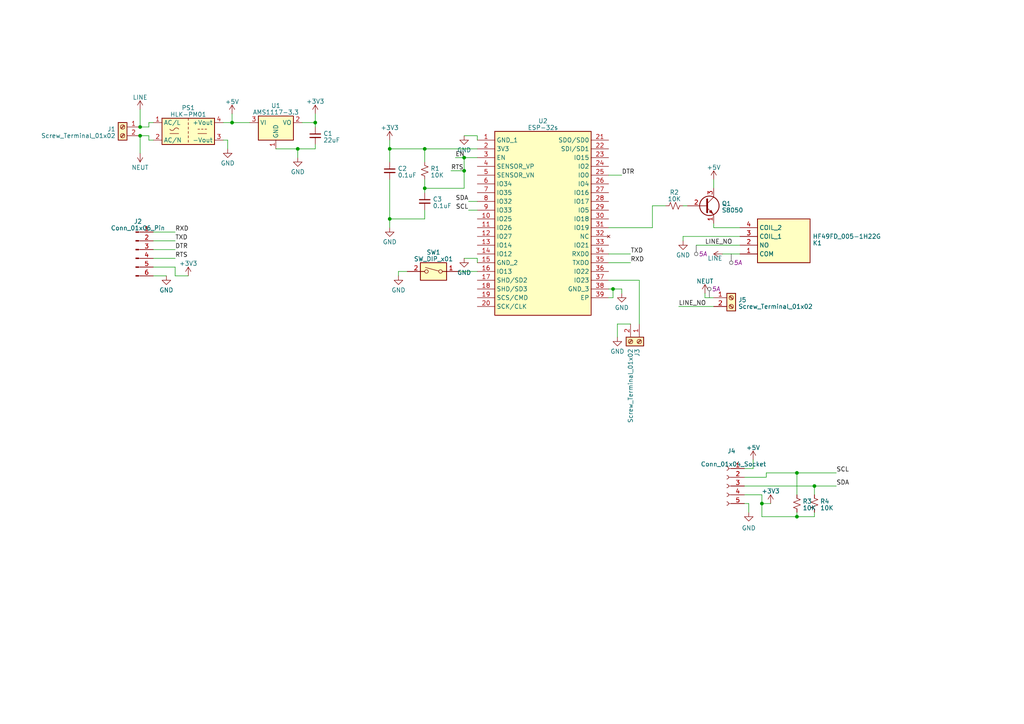
<source format=kicad_sch>
(kicad_sch (version 20230121) (generator eeschema)
  (paper "A4")
  (lib_symbols
    (symbol "Connector:Conn_01x05_Socket" (pin_names (offset 1.016) hide)
      (property "Reference" "J" (at 0 7.62 0))
      (property "Value" "Conn_01x05_Socket" (at 0 -7.62 0))
      (symbol "Conn_01x05_Socket_1_1"
        (arc (start 0 -4.572) (mid -0.5058 -5.08) (end 0 -5.588) (stroke (width 0.1524)))
        (arc (start 0 -2.032) (mid -0.5058 -2.54) (end 0 -3.048) (stroke (width 0.1524)))
        (polyline (pts (xy -1.27 -5.08) (xy -0.508 -5.08)) (stroke (width 0.1524)))
        (polyline (pts (xy -1.27 -2.54) (xy -0.508 -2.54)) (stroke (width 0.1524)))
        (polyline (pts (xy -1.27 0) (xy -0.508 0)) (stroke (width 0.1524)))
        (polyline (pts (xy -1.27 2.54) (xy -0.508 2.54)) (stroke (width 0.1524)))
        (polyline (pts (xy -1.27 5.08) (xy -0.508 5.08)) (stroke (width 0.1524)))
        (arc (start 0 0.508) (mid -0.5058 0) (end 0 -0.508) (stroke (width 0.1524)))
        (arc (start 0 3.048) (mid -0.5058 2.54) (end 0 2.032) (stroke (width 0.1524)))
        (arc (start 0 5.588) (mid -0.5058 5.08) (end 0 4.572) (stroke (width 0.1524)))
        (pin passive line (at -5.08 5.08 0) (length 3.81) (name "Pin_1") (number "1"))
        (pin passive line (at -5.08 2.54 0) (length 3.81) (name "Pin_2") (number "2"))
        (pin passive line (at -5.08 0 0) (length 3.81) (name "Pin_3") (number "3"))
        (pin passive line (at -5.08 -2.54 0) (length 3.81) (name "Pin_4") (number "4"))
        (pin passive line (at -5.08 -5.08 0) (length 3.81) (name "Pin_5") (number "5"))
      )
    )
    (symbol "Connector:Conn_01x06_Pin" (pin_names (offset 1.016) hide)
      (property "Reference" "J" (at 0 7.62 0))
      (property "Value" "Conn_01x06_Pin" (at 0 -10.16 0))
      (symbol "Conn_01x06_Pin_1_1"
        (polyline (pts (xy 1.27 -7.62) (xy 0.8636 -7.62)) (stroke (width 0.1524)))
        (polyline (pts (xy 1.27 -5.08) (xy 0.8636 -5.08)) (stroke (width 0.1524)))
        (polyline (pts (xy 1.27 -2.54) (xy 0.8636 -2.54)) (stroke (width 0.1524)))
        (polyline (pts (xy 1.27 0) (xy 0.8636 0)) (stroke (width 0.1524)))
        (polyline (pts (xy 1.27 2.54) (xy 0.8636 2.54)) (stroke (width 0.1524)))
        (polyline (pts (xy 1.27 5.08) (xy 0.8636 5.08)) (stroke (width 0.1524)))
        (rectangle (start 0.8636 -7.493) (end 0 -7.747) (stroke (width 0.1524)) (fill (type outline)))
        (rectangle (start 0.8636 -4.953) (end 0 -5.207) (stroke (width 0.1524)) (fill (type outline)))
        (rectangle (start 0.8636 -2.413) (end 0 -2.667) (stroke (width 0.1524)) (fill (type outline)))
        (rectangle (start 0.8636 0.127) (end 0 -0.127) (stroke (width 0.1524)) (fill (type outline)))
        (rectangle (start 0.8636 2.667) (end 0 2.413) (stroke (width 0.1524)) (fill (type outline)))
        (rectangle (start 0.8636 5.207) (end 0 4.953) (stroke (width 0.1524)) (fill (type outline)))
        (pin passive line (at 5.08 5.08 180) (length 3.81) (name "Pin_1") (number "1"))
        (pin passive line (at 5.08 2.54 180) (length 3.81) (name "Pin_2") (number "2"))
        (pin passive line (at 5.08 0 180) (length 3.81) (name "Pin_3") (number "3"))
        (pin passive line (at 5.08 -2.54 180) (length 3.81) (name "Pin_4") (number "4"))
        (pin passive line (at 5.08 -5.08 180) (length 3.81) (name "Pin_5") (number "5"))
        (pin passive line (at 5.08 -7.62 180) (length 3.81) (name "Pin_6") (number "6"))
      )
    )
    (symbol "Connector:Screw_Terminal_01x02" (pin_names (offset 1.016) hide)
      (property "Reference" "J" (at 0 2.54 0))
      (property "Value" "Screw_Terminal_01x02" (at 0 -5.08 0))
      (symbol "Screw_Terminal_01x02_1_1"
        (rectangle (start -1.27 1.27) (end 1.27 -3.81) (stroke (width 0.254)) (fill (type background)))
        (circle (center 0 -2.54) (radius 0.635) (stroke (width 0.1524)))
        (polyline (pts (xy -0.5334 -2.2098) (xy 0.3302 -3.048)) (stroke (width 0.1524)))
        (polyline (pts (xy -0.5334 0.3302) (xy 0.3302 -0.508)) (stroke (width 0.1524)))
        (polyline (pts (xy -0.3556 -2.032) (xy 0.508 -2.8702)) (stroke (width 0.1524)))
        (polyline (pts (xy -0.3556 0.508) (xy 0.508 -0.3302)) (stroke (width 0.1524)))
        (circle (center 0 0) (radius 0.635) (stroke (width 0.1524)))
        (pin passive line (at -5.08 0 0) (length 3.81) (name "Pin_1") (number "1"))
        (pin passive line (at -5.08 -2.54 0) (length 3.81) (name "Pin_2") (number "2"))
      )
    )
    (symbol "Converter_ACDC:HLK-PM01"
      (property "Reference" "PS" (at 0 5.08 0))
      (property "Value" "HLK-PM01" (at 0 -5.08 0))
      (symbol "HLK-PM01_0_1"
        (rectangle (start -7.62 3.81) (end 7.62 -3.81) (stroke (width 0.254)) (fill (type background)))
        (arc (start -5.334 0.635) (mid -4.699 0.2495) (end -4.064 0.635))
        (arc (start -2.794 0.635) (mid -3.429 1.0072) (end -4.064 0.635))
        (polyline (pts (xy -5.334 -0.635) (xy -2.794 -0.635)))
        (polyline (pts (xy 0 -2.54) (xy 0 -3.175)))
        (polyline (pts (xy 0 -1.27) (xy 0 -1.905)))
        (polyline (pts (xy 0 0) (xy 0 -0.635)))
        (polyline (pts (xy 0 1.27) (xy 0 0.635)))
        (polyline (pts (xy 0 2.54) (xy 0 1.905)))
        (polyline (pts (xy 0 3.81) (xy 0 3.175)))
        (polyline (pts (xy 2.794 -0.635) (xy 5.334 -0.635)))
        (polyline (pts (xy 2.794 0.635) (xy 3.302 0.635)))
        (polyline (pts (xy 3.81 0.635) (xy 4.318 0.635)))
        (polyline (pts (xy 4.826 0.635) (xy 5.334 0.635)))
      )
      (symbol "HLK-PM01_1_1"
        (pin power_in line (at -10.16 2.54 0) (length 2.54) (name "AC/L") (number "1"))
        (pin power_in line (at -10.16 -2.54 0) (length 2.54) (name "AC/N") (number "2"))
        (pin power_out line (at 10.16 -2.54 180) (length 2.54) (name "-Vout") (number "3"))
        (pin power_out line (at 10.16 2.54 180) (length 2.54) (name "+Vout") (number "4"))
      )
    )
    (symbol "Device:C_Small" (pin_numbers hide) (pin_names (offset 0.254) hide)
      (property "Reference" "C" (at 0.254 1.778 0))
      (property "Value" "C_Small" (at 0.254 -2.032 0))
      (symbol "C_Small_0_1"
        (polyline (pts (xy -1.524 -0.508) (xy 1.524 -0.508)) (stroke (width 0.3302)))
        (polyline (pts (xy -1.524 0.508) (xy 1.524 0.508)) (stroke (width 0.3048)))
      )
      (symbol "C_Small_1_1"
        (pin passive line (at 0 2.54 270) (length 2.032) (name "~") (number "1"))
        (pin passive line (at 0 -2.54 90) (length 2.032) (name "~") (number "2"))
      )
    )
    (symbol "Device:R_Small_US" (pin_numbers hide) (pin_names (offset 0.254) hide)
      (property "Reference" "R" (at 0.762 0.508 0))
      (property "Value" "R_Small_US" (at 0.762 -1.016 0))
      (symbol "R_Small_US_1_1"
        (polyline (pts (xy 0 0) (xy 1.016 -0.381) (xy 0 -0.762) (xy -1.016 -1.143) (xy 0 -1.524)))
        (polyline (pts (xy 0 1.524) (xy 1.016 1.143) (xy 0 0.762) (xy -1.016 0.381) (xy 0 0)))
        (pin passive line (at 0 2.54 270) (length 1.016) (name "~") (number "1"))
        (pin passive line (at 0 -2.54 90) (length 1.016) (name "~") (number "2"))
      )
    )
    (symbol "ESP-32s:ESP-32s"
      (property "Reference" "U" (at 34.29 7.62 0))
      (property "Value" "ESP-32s" (at 34.29 5.08 0))
      (symbol "ESP-32s_1_1"
        (rectangle (start 5.08 2.54) (end 33.02 -50.8) (stroke (width 0.254)) (fill (type background)))
        (pin passive line (at 0 0 0) (length 5.08) (name "GND_1") (number "1"))
        (pin passive line (at 0 -22.86 0) (length 5.08) (name "IO25") (number "10"))
        (pin passive line (at 0 -25.4 0) (length 5.08) (name "IO26") (number "11"))
        (pin passive line (at 0 -27.94 0) (length 5.08) (name "IO27") (number "12"))
        (pin passive line (at 0 -30.48 0) (length 5.08) (name "IO14") (number "13"))
        (pin passive line (at 0 -33.02 0) (length 5.08) (name "IO12") (number "14"))
        (pin passive line (at 0 -35.56 0) (length 5.08) (name "GND_2") (number "15"))
        (pin passive line (at 0 -38.1 0) (length 5.08) (name "IO13") (number "16"))
        (pin passive line (at 0 -40.64 0) (length 5.08) (name "SHD/SD2") (number "17"))
        (pin passive line (at 0 -43.18 0) (length 5.08) (name "SHD/SD3") (number "18"))
        (pin passive line (at 0 -45.72 0) (length 5.08) (name "SCS/CMD") (number "19"))
        (pin passive line (at 0 -2.54 0) (length 5.08) (name "3V3") (number "2"))
        (pin passive line (at 0 -48.26 0) (length 5.08) (name "SCK/CLK") (number "20"))
        (pin passive line (at 38.1 0 180) (length 5.08) (name "SDO/SD0") (number "21"))
        (pin passive line (at 38.1 -2.54 180) (length 5.08) (name "SDI/SD1") (number "22"))
        (pin passive line (at 38.1 -5.08 180) (length 5.08) (name "IO15") (number "23"))
        (pin passive line (at 38.1 -7.62 180) (length 5.08) (name "IO2") (number "24"))
        (pin passive line (at 38.1 -10.16 180) (length 5.08) (name "IO0") (number "25"))
        (pin passive line (at 38.1 -12.7 180) (length 5.08) (name "IO4") (number "26"))
        (pin passive line (at 38.1 -15.24 180) (length 5.08) (name "IO16") (number "27"))
        (pin passive line (at 38.1 -17.78 180) (length 5.08) (name "IO17") (number "28"))
        (pin passive line (at 38.1 -20.32 180) (length 5.08) (name "IO5") (number "29"))
        (pin passive line (at 0 -5.08 0) (length 5.08) (name "EN") (number "3"))
        (pin passive line (at 38.1 -22.86 180) (length 5.08) (name "IO18") (number "30"))
        (pin passive line (at 38.1 -25.4 180) (length 5.08) (name "IO19") (number "31"))
        (pin no_connect line (at 38.1 -27.94 180) (length 5.08) (name "NC") (number "32"))
        (pin passive line (at 38.1 -30.48 180) (length 5.08) (name "IO21") (number "33"))
        (pin passive line (at 38.1 -33.02 180) (length 5.08) (name "RXD0") (number "34"))
        (pin passive line (at 38.1 -35.56 180) (length 5.08) (name "TXDO") (number "35"))
        (pin passive line (at 38.1 -38.1 180) (length 5.08) (name "IO22") (number "36"))
        (pin passive line (at 38.1 -40.64 180) (length 5.08) (name "IO23") (number "37"))
        (pin passive line (at 38.1 -43.18 180) (length 5.08) (name "GND_3") (number "38"))
        (pin passive line (at 38.1 -45.72 180) (length 5.08) (name "EP") (number "39"))
        (pin passive line (at 0 -7.62 0) (length 5.08) (name "SENSOR_VP") (number "4"))
        (pin passive line (at 0 -10.16 0) (length 5.08) (name "SENSOR_VN") (number "5"))
        (pin passive line (at 0 -12.7 0) (length 5.08) (name "IO34") (number "6"))
        (pin passive line (at 0 -15.24 0) (length 5.08) (name "IO35") (number "7"))
        (pin passive line (at 0 -17.78 0) (length 5.08) (name "IO32") (number "8"))
        (pin passive line (at 0 -20.32 0) (length 5.08) (name "IO33") (number "9"))
      )
    )
    (symbol "HF49FD_005-1H22G:HF49FD_005-1H22G"
      (property "Reference" "K" (at 21.59 7.62 0))
      (property "Value" "HF49FD_005-1H22G" (at 21.59 5.08 0))
      (symbol "HF49FD_005-1H22G_1_1"
        (rectangle (start 5.08 2.54) (end 20.32 -10.16) (stroke (width 0.254)) (fill (type background)))
        (pin passive line (at 0 0 0) (length 5.08) (name "COM") (number "1"))
        (pin passive line (at 0 -2.54 0) (length 5.08) (name "NO") (number "2"))
        (pin passive line (at 0 -5.08 0) (length 5.08) (name "COIL_1") (number "3"))
        (pin passive line (at 0 -7.62 0) (length 5.08) (name "COIL_2") (number "4"))
      )
    )
    (symbol "Regulator_Linear:AMS1117-3.3"
      (property "Reference" "U" (at -3.81 3.175 0))
      (property "Value" "AMS1117-3.3" (at 0 3.175 0))
      (symbol "AMS1117-3.3_0_1"
        (rectangle (start -5.08 -5.08) (end 5.08 1.905) (stroke (width 0.254)) (fill (type background)))
      )
      (symbol "AMS1117-3.3_1_1"
        (pin power_in line (at 0 -7.62 90) (length 2.54) (name "GND") (number "1"))
        (pin power_out line (at 7.62 0 180) (length 2.54) (name "VO") (number "2"))
        (pin power_in line (at -7.62 0 0) (length 2.54) (name "VI") (number "3"))
      )
    )
    (symbol "Switch:SW_DIP_x01" (pin_names (offset 0) hide)
      (property "Reference" "SW" (at 0 3.81 0))
      (property "Value" "SW_DIP_x01" (at 0 -3.81 0))
      (symbol "SW_DIP_x01_0_0"
        (circle (center -2.032 0) (radius 0.508))
        (polyline (pts (xy -1.524 0.127) (xy 2.3622 1.1684)))
        (circle (center 2.032 0) (radius 0.508))
      )
      (symbol "SW_DIP_x01_0_1"
        (rectangle (start -3.81 2.54) (end 3.81 -2.54) (stroke (width 0.254)) (fill (type background)))
      )
      (symbol "SW_DIP_x01_1_1"
        (pin passive line (at -7.62 0 0) (length 5.08) (name "~") (number "1"))
        (pin passive line (at 7.62 0 180) (length 5.08) (name "~") (number "2"))
      )
    )
    (symbol "Transistor_BJT:S8050" (pin_names (offset 0) hide)
      (property "Reference" "Q" (at 5.08 1.905 0))
      (property "Value" "S8050" (at 5.08 0 0))
      (symbol "S8050_0_1"
        (polyline (pts (xy 0 0) (xy 0.635 0)))
        (polyline (pts (xy 0.635 0.635) (xy 2.54 2.54)))
        (polyline (pts (xy 0.635 -0.635) (xy 2.54 -2.54) (xy 2.54 -2.54)))
        (polyline (pts (xy 0.635 1.905) (xy 0.635 -1.905) (xy 0.635 -1.905)) (stroke (width 0.508)))
        (polyline (pts (xy 1.27 -1.778) (xy 1.778 -1.27) (xy 2.286 -2.286) (xy 1.27 -1.778) (xy 1.27 -1.778)) (fill (type outline)))
        (circle (center 1.27 0) (radius 2.8194) (stroke (width 0.254)))
      )
      (symbol "S8050_1_1"
        (pin passive line (at 2.54 -5.08 90) (length 2.54) (name "E") (number "1"))
        (pin input line (at -5.08 0 0) (length 5.08) (name "B") (number "2"))
        (pin passive line (at 2.54 5.08 270) (length 2.54) (name "C") (number "3"))
      )
    )
    (symbol "power:+3.3V" (power) (pin_names (offset 0))
      (property "Value" "+3.3V" (at 0 3.556 0))
      (symbol "+3.3V_0_1"
        (polyline (pts (xy -0.762 1.27) (xy 0 2.54)))
        (polyline (pts (xy 0 0) (xy 0 2.54)))
        (polyline (pts (xy 0 2.54) (xy 0.762 1.27)))
      )
      (symbol "+3.3V_1_1"
        (pin power_in line (at 0 0 90) (length 0) hide (name "+3V3") (number "1"))
      )
    )
    (symbol "power:+5V" (power) (pin_names (offset 0))
      (property "Value" "+5V" (at 0 3.556 0))
      (symbol "+5V_0_1"
        (polyline (pts (xy -0.762 1.27) (xy 0 2.54)))
        (polyline (pts (xy 0 0) (xy 0 2.54)))
        (polyline (pts (xy 0 2.54) (xy 0.762 1.27)))
      )
      (symbol "+5V_1_1"
        (pin power_in line (at 0 0 90) (length 0) hide (name "+5V") (number "1"))
      )
    )
    (symbol "power:GND" (power) (pin_names (offset 0))
      (property "Value" "GND" (at 0 -3.81 0))
      (symbol "GND_0_1"
        (polyline (pts (xy 0 0) (xy 0 -1.27) (xy 1.27 -1.27) (xy 0 -2.54) (xy -1.27 -1.27) (xy 0 -1.27)))
      )
      (symbol "GND_1_1"
        (pin power_in line (at 0 0 270) (length 0) hide (name "GND") (number "1"))
      )
    )
    (symbol "power:LINE" (power) (pin_names (offset 0))
      (property "Value" "LINE" (at 0 3.81 0))
      (symbol "LINE_0_1"
        (polyline (pts (xy -0.762 1.27) (xy 0 2.54)))
        (polyline (pts (xy 0 0) (xy 0 2.54)))
        (polyline (pts (xy 0 2.54) (xy 0.762 1.27)))
      )
      (symbol "LINE_1_1"
        (pin power_in line (at 0 0 90) (length 0) hide (name "LINE") (number "1"))
      )
    )
    (symbol "power:NEUT" (power) (pin_names (offset 0))
      (property "Value" "NEUT" (at 0 3.81 0))
      (symbol "NEUT_0_1"
        (polyline (pts (xy -0.762 1.27) (xy 0 2.54)))
        (polyline (pts (xy 0 0) (xy 0 2.54)))
        (polyline (pts (xy 0 2.54) (xy 0.762 1.27)))
      )
      (symbol "NEUT_1_1"
        (pin power_in line (at 0 0 90) (length 0) hide (name "NEUT") (number "1"))
      )
    )
  )
  (junction (at 40.64 36.83))
  (junction (at 236.22 140.97))
  (junction (at 86.36 43.18))
  (junction (at 220.98 146.05))
  (junction (at 113.03 43.18))
  (junction (at 40.64 39.37))
  (junction (at 231.14 149.86))
  (junction (at 231.14 137.16))
  (junction (at 134.62 45.72))
  (junction (at 67.31 35.56))
  (junction (at 113.03 63.5))
  (junction (at 123.19 43.18))
  (junction (at 123.19 54.61))
  (junction (at 91.44 35.56))
  (junction (at 177.8 83.82))
  (junction (at 134.62 49.53))
  (wire (pts (xy 86.36 43.18) (xy 91.44 43.18)))
  (wire (pts (xy 176.53 76.2) (xy 182.88 76.2)))
  (wire (pts (xy 207.01 66.04) (xy 214.63 66.04)))
  (wire (pts (xy 138.43 39.37) (xy 138.43 40.64)))
  (wire (pts (xy 189.23 66.04) (xy 176.53 66.04)))
  (wire (pts (xy 123.19 54.61) (xy 134.62 54.61)))
  (wire (pts (xy 176.53 86.36) (xy 177.8 86.36)))
  (wire (pts (xy 138.43 74.93) (xy 138.43 76.2)))
  (wire (pts (xy 54.61 80.01) (xy 50.8 80.01)))
  (wire (pts (xy 40.64 39.37) (xy 40.64 44.45)))
  (wire (pts (xy 44.45 80.01) (xy 48.26 80.01)))
  (wire (pts (xy 115.57 80.01) (xy 115.57 78.74)))
  (wire (pts (xy 50.8 80.01) (xy 50.8 77.47)))
  (wire (pts (xy 44.45 67.31) (xy 50.8 67.31)))
  (wire (pts (xy 138.43 78.74) (xy 133.35 78.74)))
  (wire (pts (xy 189.23 59.69) (xy 189.23 66.04)))
  (wire (pts (xy 231.14 149.86) (xy 220.98 149.86)))
  (wire (pts (xy 215.9 138.43) (xy 222.25 138.43)))
  (wire (pts (xy 134.62 39.37) (xy 138.43 39.37)))
  (wire (pts (xy 177.8 83.82) (xy 177.8 86.36)))
  (wire (pts (xy 67.31 33.02) (xy 67.31 35.56)))
  (wire (pts (xy 215.9 143.51) (xy 220.98 143.51)))
  (wire (pts (xy 222.25 137.16) (xy 231.14 137.16)))
  (wire (pts (xy 123.19 63.5) (xy 113.03 63.5)))
  (wire (pts (xy 113.03 52.07) (xy 113.03 63.5)))
  (wire (pts (xy 134.62 49.53) (xy 134.62 54.61)))
  (wire (pts (xy 236.22 143.51) (xy 236.22 140.97)))
  (wire (pts (xy 123.19 43.18) (xy 138.43 43.18)))
  (wire (pts (xy 91.44 43.18) (xy 91.44 41.91)))
  (wire (pts (xy 201.93 71.12) (xy 214.63 71.12)))
  (wire (pts (xy 130.81 49.53) (xy 134.62 49.53)))
  (wire (pts (xy 135.89 58.42) (xy 138.43 58.42)))
  (wire (pts (xy 236.22 148.59) (xy 236.22 149.86)))
  (wire (pts (xy 217.17 146.05) (xy 215.9 146.05)))
  (wire (pts (xy 134.62 45.72) (xy 134.62 49.53)))
  (wire (pts (xy 185.42 81.28) (xy 176.53 81.28)))
  (wire (pts (xy 218.44 133.35) (xy 218.44 135.89)))
  (wire (pts (xy 91.44 33.02) (xy 91.44 35.56)))
  (wire (pts (xy 231.14 143.51) (xy 231.14 137.16)))
  (wire (pts (xy 43.18 40.64) (xy 44.45 40.64)))
  (wire (pts (xy 67.31 35.56) (xy 72.39 35.56)))
  (wire (pts (xy 43.18 35.56) (xy 44.45 35.56)))
  (wire (pts (xy 176.53 73.66) (xy 182.88 73.66)))
  (wire (pts (xy 198.12 69.85) (xy 198.12 68.58)))
  (wire (pts (xy 40.64 39.37) (xy 43.18 39.37)))
  (wire (pts (xy 135.89 60.96) (xy 138.43 60.96)))
  (wire (pts (xy 207.01 52.07) (xy 207.01 54.61)))
  (wire (pts (xy 44.45 69.85) (xy 50.8 69.85)))
  (wire (pts (xy 179.07 93.98) (xy 182.88 93.98)))
  (wire (pts (xy 176.53 83.82) (xy 177.8 83.82)))
  (wire (pts (xy 207.01 64.77) (xy 207.01 66.04)))
  (wire (pts (xy 40.64 31.75) (xy 40.64 36.83)))
  (wire (pts (xy 196.85 88.9) (xy 207.01 88.9)))
  (wire (pts (xy 44.45 74.93) (xy 50.8 74.93)))
  (wire (pts (xy 44.45 72.39) (xy 50.8 72.39)))
  (wire (pts (xy 222.25 138.43) (xy 222.25 137.16)))
  (wire (pts (xy 220.98 146.05) (xy 223.52 146.05)))
  (wire (pts (xy 87.63 35.56) (xy 91.44 35.56)))
  (wire (pts (xy 123.19 60.96) (xy 123.19 63.5)))
  (wire (pts (xy 180.34 85.09) (xy 180.34 83.82)))
  (wire (pts (xy 215.9 140.97) (xy 236.22 140.97)))
  (wire (pts (xy 179.07 97.79) (xy 179.07 93.98)))
  (wire (pts (xy 176.53 50.8) (xy 180.34 50.8)))
  (wire (pts (xy 91.44 35.56) (xy 91.44 36.83)))
  (wire (pts (xy 113.03 43.18) (xy 123.19 43.18)))
  (wire (pts (xy 118.11 78.74) (xy 115.57 78.74)))
  (wire (pts (xy 231.14 137.16) (xy 242.57 137.16)))
  (wire (pts (xy 198.12 68.58) (xy 214.63 68.58)))
  (wire (pts (xy 43.18 36.83) (xy 43.18 35.56)))
  (wire (pts (xy 123.19 54.61) (xy 123.19 55.88)))
  (wire (pts (xy 86.36 43.18) (xy 86.36 45.72)))
  (wire (pts (xy 80.01 43.18) (xy 86.36 43.18)))
  (wire (pts (xy 189.23 59.69) (xy 193.04 59.69)))
  (wire (pts (xy 204.47 86.36) (xy 207.01 86.36)))
  (wire (pts (xy 231.14 148.59) (xy 231.14 149.86)))
  (wire (pts (xy 132.08 45.72) (xy 134.62 45.72)))
  (wire (pts (xy 44.45 77.47) (xy 50.8 77.47)))
  (wire (pts (xy 218.44 135.89) (xy 215.9 135.89)))
  (wire (pts (xy 209.55 73.66) (xy 214.63 73.66)))
  (wire (pts (xy 40.64 36.83) (xy 43.18 36.83)))
  (wire (pts (xy 64.77 35.56) (xy 67.31 35.56)))
  (wire (pts (xy 231.14 149.86) (xy 236.22 149.86)))
  (wire (pts (xy 177.8 83.82) (xy 180.34 83.82)))
  (wire (pts (xy 43.18 39.37) (xy 43.18 40.64)))
  (wire (pts (xy 66.04 43.18) (xy 66.04 40.64)))
  (wire (pts (xy 138.43 45.72) (xy 134.62 45.72)))
  (wire (pts (xy 113.03 46.99) (xy 113.03 43.18)))
  (wire (pts (xy 185.42 93.98) (xy 185.42 81.28)))
  (wire (pts (xy 123.19 43.18) (xy 123.19 46.99)))
  (wire (pts (xy 198.12 59.69) (xy 199.39 59.69)))
  (wire (pts (xy 134.62 74.93) (xy 138.43 74.93)))
  (wire (pts (xy 113.03 40.64) (xy 113.03 43.18)))
  (wire (pts (xy 220.98 143.51) (xy 220.98 146.05)))
  (wire (pts (xy 220.98 146.05) (xy 220.98 149.86)))
  (wire (pts (xy 123.19 52.07) (xy 123.19 54.61)))
  (wire (pts (xy 236.22 140.97) (xy 242.57 140.97)))
  (wire (pts (xy 217.17 148.59) (xy 217.17 146.05)))
  (wire (pts (xy 66.04 40.64) (xy 64.77 40.64)))
  (wire (pts (xy 204.47 85.09) (xy 204.47 86.36)))
  (wire (pts (xy 113.03 63.5) (xy 113.03 66.04)))
  (label "LINE_NO" (at 196.85 88.9 0))
  (label "DTR" (at 180.34 50.8 0))
  (label "LINE_NO" (at 204.47 71.12 0))
  (label "SCL" (at 135.89 60.96 180))
  (label "RTS" (at 50.8 74.93 0))
  (label "SDA" (at 135.89 58.42 180))
  (label "TXD" (at 182.88 73.66 0))
  (label "SDA" (at 242.57 140.97 0))
  (label "TXD" (at 50.8 69.85 0))
  (label "EN" (at 132.08 45.72 0))
  (label "RXD" (at 182.88 76.2 0))
  (label "DTR" (at 50.8 72.39 0))
  (label "RXD" (at 50.8 67.31 0))
  (label "RTS" (at 130.81 49.53 0))
  (label "SCL" (at 242.57 137.16 0))
  (netclass_flag "" (length 2.54) (shape round) (at 201.93 71.12 180) (property "Netclass" "5A" (at 202.6285 73.66 0) (effects (font italic) (justify left))))
  (netclass_flag "" (length 2.54) (shape round) (at 205.74 86.36 0) (property "Netclass" "5A" (at 206.4385 83.82 0) (effects (font italic) (justify left))))
  (netclass_flag "" (length 2.54) (shape round) (at 212.09 73.66 180) (property "Netclass" "5A" (at 212.7885 76.2 0) (effects (font italic) (justify left))))
  (symbol (lib_id "Switch:SW_DIP_x01") (at 125.73 78.74 0) (mirror y) (unit 1)
    (property "Reference" "SW1" (at 125.73 73.1901 0))
    (property "Value" "SW_DIP_x01" (at 125.73 75.1111 0))
    (property "Footprint" "Button_Switch_THT:SW_PUSH_6mm_H4.3mm" (effects hide))
  )
  (symbol (lib_id "Device:R_Small_US") (at 236.22 146.05 0) (unit 1)
    (property "Reference" "R4" (at 237.871 145.4063 0) (effects (justify left)))
    (property "Value" "10K" (at 237.871 147.3273 0) (effects (justify left)))
    (property "Footprint" "Resistor_SMD:R_0805_2012Metric" (effects hide))
  )
  (symbol (lib_id "power:GND") (at 115.57 80.01 0) (mirror y) (unit 1)
    (property "Reference" "#PWR011" (effects hide))
    (property "Value" "GND" (at 115.57 84.1455 0))
  )
  (symbol (lib_id "power:+3.3V") (at 91.44 33.02 0) (unit 1)
    (property "Reference" "#PWR014" (effects hide))
    (property "Value" "+3.3V" (at 91.44 29.4155 0))
  )
  (symbol (lib_id "power:GND") (at 134.62 74.93 0) (mirror y) (unit 1)
    (property "Reference" "#PWR020" (effects hide))
    (property "Value" "GND" (at 134.62 79.0655 0))
  )
  (symbol (lib_id "power:GND") (at 134.62 39.37 0) (mirror y) (unit 1)
    (property "Reference" "#PWR018" (effects hide))
    (property "Value" "GND" (at 134.62 43.5055 0))
  )
  (symbol (lib_id "HF49FD_005-1H22G:HF49FD_005-1H22G") (at 214.63 73.66 0) (mirror x) (unit 1)
    (property "Reference" "K1" (at 235.712 70.4937 0) (effects (justify left)))
    (property "Value" "HF49FD_005-1H22G" (at 235.712 68.5727 0) (effects (justify left)))
    (property "Footprint" "HF49FD_005:HF49FD0051H22G" (effects hide))
    (property "Datasheet" "https://source.hongfa.com//Api/DownloadPdf/155" (effects hide))
    (property "Height" "12.8" (effects hide))
    (property "Manufacturer_Name" "Hongfa" (effects hide))
    (property "Manufacturer_Part_Number" "HF49FD/005-1H22G" (effects hide))
  )
  (symbol (lib_id "power:+5V") (at 207.01 52.07 0) (unit 1)
    (property "Reference" "#PWR016" (effects hide))
    (property "Value" "+5V" (at 207.01 48.5681 0))
  )
  (symbol (lib_id "Transistor_BJT:S8050") (at 204.47 59.69 0) (unit 1)
    (property "Reference" "Q1" (at 209.3214 59.0463 0) (effects (justify left)))
    (property "Value" "S8050" (at 209.3214 60.9673 0) (effects (justify left)))
    (property "Footprint" "Package_TO_SOT_SMD:SOT-23" (effects hide))
    (property "Datasheet" "http://www.unisonic.com.tw/datasheet/S8050.pdf" (effects hide))
  )
  (symbol (lib_id "ESP-32s:ESP-32s") (at 138.43 40.64 0) (unit 1)
    (property "Reference" "U2" (at 157.48 35.0901 0))
    (property "Value" "ESP-32s" (at 157.48 37.0111 0))
    (property "Footprint" "ESP32S:ESP32s" (effects hide))
    (property "Datasheet" "http://en.ai-thinker.com/esp32/spec/esp32s" (effects hide))
    (property "Height" "2.9" (effects hide))
    (property "Manufacturer_Name" "Ai-Thinker" (effects hide))
    (property "Manufacturer_Part_Number" "ESP-32s" (effects hide))
  )
  (symbol (lib_id "power:GND") (at 217.17 148.59 0) (unit 1)
    (property "Reference" "#PWR012" (effects hide))
    (property "Value" "GND" (at 217.17 153.1525 0))
  )
  (symbol (lib_id "Converter_ACDC:HLK-PM01") (at 54.61 38.1 0) (unit 1)
    (property "Reference" "PS1" (at 54.61 31.2801 0))
    (property "Value" "HLK-PM01" (at 54.61 33.2011 0))
    (property "Footprint" "Hi-link:HLKPM01" (effects hide))
    (property "Datasheet" "http://www.hlktech.net/product_detail.php?ProId=54" (effects hide))
  )
  (symbol (lib_id "power:+5V") (at 218.44 133.35 0) (unit 1)
    (property "Reference" "#PWR022" (effects hide))
    (property "Value" "+5V" (at 218.44 129.8481 0))
  )
  (symbol (lib_id "power:GND") (at 179.07 97.79 0) (unit 1)
    (property "Reference" "#PWR08" (effects hide))
    (property "Value" "GND" (at 179.07 101.9255 0))
  )
  (symbol (lib_id "power:LINE") (at 209.55 73.66 90) (unit 1)
    (property "Reference" "#PWR010" (effects hide))
    (property "Value" "LINE" (at 209.55 74.93 90) (effects (justify left)))
  )
  (symbol (lib_id "power:LINE") (at 40.64 31.75 0) (unit 1)
    (property "Reference" "#PWR01" (effects hide))
    (property "Value" "LINE" (at 40.64 28.2481 0))
  )
  (symbol (lib_id "Regulator_Linear:AMS1117-3.3") (at 80.01 35.56 0) (unit 1)
    (property "Reference" "U1" (at 80.01 30.6451 0))
    (property "Value" "AMS1117-3.3" (at 80.01 32.5661 0))
    (property "Footprint" "Package_TO_SOT_SMD:SOT-223-3_TabPin2" (effects hide))
    (property "Datasheet" "http://www.advanced-monolithic.com/pdf/ds1117.pdf" (effects hide))
  )
  (symbol (lib_id "power:+5V") (at 67.31 33.02 0) (unit 1)
    (property "Reference" "#PWR015" (effects hide))
    (property "Value" "+5V" (at 67.31 29.5181 0))
  )
  (symbol (lib_id "power:GND") (at 180.34 85.09 0) (mirror y) (unit 1)
    (property "Reference" "#PWR019" (effects hide))
    (property "Value" "GND" (at 180.34 89.2255 0))
  )
  (symbol (lib_id "Connector:Screw_Terminal_01x02") (at 35.56 36.83 0) (mirror y) (unit 1)
    (property "Reference" "J1" (at 33.528 37.4563 0) (effects (justify left)))
    (property "Value" "Screw_Terminal_01x02" (at 33.528 39.3773 0) (effects (justify left)))
    (property "Footprint" "KF301_2P:KF3012P" (effects hide))
  )
  (symbol (lib_id "Device:C_Small") (at 113.03 49.53 0) (unit 1)
    (property "Reference" "C2" (at 115.3541 48.8926 0) (effects (justify left)))
    (property "Value" "0.1uF" (at 115.3541 50.8136 0) (effects (justify left)))
    (property "Footprint" "Capacitor_SMD:C_0805_2012Metric" (effects hide))
  )
  (symbol (lib_id "Connector:Screw_Terminal_01x02") (at 185.42 99.06 270) (unit 1)
    (property "Reference" "J3" (at 184.7937 101.092 0) (effects (justify left)))
    (property "Value" "Screw_Terminal_01x02" (at 182.8727 101.092 0) (effects (justify left)))
    (property "Footprint" "KF301_2P:KF3012P" (effects hide))
  )
  (symbol (lib_id "Connector:Screw_Terminal_01x02") (at 212.09 86.36 0) (unit 1)
    (property "Reference" "J5" (at 214.122 86.9863 0) (effects (justify left)))
    (property "Value" "Screw_Terminal_01x02" (at 214.122 88.9073 0) (effects (justify left)))
    (property "Footprint" "KF301_2P:KF3012P" (effects hide))
  )
  (symbol (lib_id "Connector:Conn_01x06_Pin") (at 39.37 72.39 0) (unit 1)
    (property "Reference" "J2" (at 40.005 64.2239 0))
    (property "Value" "Conn_01x06_Pin" (at 40.005 66.1449 0))
    (property "Footprint" "Connector_PinHeader_2.00mm:PinHeader_1x06_P2.00mm_Vertical" (effects hide))
  )
  (symbol (lib_id "power:GND") (at 113.03 66.04 0) (unit 1)
    (property "Reference" "#PWR06" (effects hide))
    (property "Value" "GND" (at 113.03 70.1755 0))
  )
  (symbol (lib_id "power:NEUT") (at 204.47 85.09 0) (unit 1)
    (property "Reference" "#PWR09" (effects hide))
    (property "Value" "NEUT" (at 204.47 81.5881 0))
  )
  (symbol (lib_id "power:GND") (at 86.36 45.72 0) (unit 1)
    (property "Reference" "#PWR05" (effects hide))
    (property "Value" "GND" (at 86.36 49.8555 0))
  )
  (symbol (lib_id "Connector:Conn_01x05_Socket") (at 210.82 140.97 0) (mirror y) (unit 1)
    (property "Reference" "J4" (at 213.36 130.81 0) (effects (justify left)))
    (property "Value" "Conn_01x04_Socket" (at 222.25 134.62 0) (effects (justify left)))
    (property "Footprint" "Connector_PinSocket_2.54mm:PinSocket_1x05_P2.54mm_Horizontal" (effects hide))
  )
  (symbol (lib_id "power:+3.3V") (at 54.61 80.01 0) (unit 1)
    (property "Reference" "#PWR021" (effects hide))
    (property "Value" "+3.3V" (at 54.61 76.4055 0))
  )
  (symbol (lib_id "Device:R_Small_US") (at 195.58 59.69 90) (unit 1)
    (property "Reference" "R2" (at 195.58 55.7911 90))
    (property "Value" "10K" (at 195.58 57.7121 90))
    (property "Footprint" "Resistor_SMD:R_0805_2012Metric" (effects hide))
  )
  (symbol (lib_id "power:GND") (at 66.04 43.18 0) (unit 1)
    (property "Reference" "#PWR04" (effects hide))
    (property "Value" "GND" (at 66.04 47.3155 0))
  )
  (symbol (lib_id "power:NEUT") (at 40.64 44.45 180) (unit 1)
    (property "Reference" "#PWR02" (effects hide))
    (property "Value" "NEUT" (at 40.64 48.5855 0))
  )
  (symbol (lib_id "Device:R_Small_US") (at 231.14 146.05 0) (unit 1)
    (property "Reference" "R3" (at 232.791 145.4063 0) (effects (justify left)))
    (property "Value" "10K" (at 232.791 147.3273 0) (effects (justify left)))
    (property "Footprint" "Resistor_SMD:R_0805_2012Metric" (effects hide))
  )
  (symbol (lib_id "power:+3.3V") (at 113.03 40.64 0) (unit 1)
    (property "Reference" "#PWR017" (effects hide))
    (property "Value" "+3.3V" (at 113.03 37.0355 0))
  )
  (symbol (lib_id "Device:C_Small") (at 91.44 39.37 0) (unit 1)
    (property "Reference" "C1" (at 93.7641 38.7326 0) (effects (justify left)))
    (property "Value" "22uF" (at 93.7641 40.6536 0) (effects (justify left)))
    (property "Footprint" "Capacitor_Tantalum_SMD:CP_EIA-3216-18_Kemet-A_Pad1.58x1.35mm_HandSolder" (effects hide))
  )
  (symbol (lib_id "Device:C_Small") (at 123.19 58.42 0) (unit 1)
    (property "Reference" "C3" (at 125.5141 57.7826 0) (effects (justify left)))
    (property "Value" "0.1uF" (at 125.5141 59.7036 0) (effects (justify left)))
    (property "Footprint" "Capacitor_SMD:C_0805_2012Metric" (effects hide))
  )
  (symbol (lib_id "Device:R_Small_US") (at 123.19 49.53 0) (unit 1)
    (property "Reference" "R1" (at 124.841 48.8863 0) (effects (justify left)))
    (property "Value" "10K" (at 124.841 50.8073 0) (effects (justify left)))
    (property "Footprint" "Resistor_SMD:R_0805_2012Metric" (effects hide))
  )
  (symbol (lib_id "power:GND") (at 48.26 80.01 0) (unit 1)
    (property "Reference" "#PWR03" (effects hide))
    (property "Value" "GND" (at 48.26 84.1455 0))
  )
  (symbol (lib_id "power:GND") (at 198.12 69.85 0) (unit 1)
    (property "Reference" "#PWR07" (effects hide))
    (property "Value" "GND" (at 198.12 73.9855 0))
  )
  (symbol (lib_id "power:+3.3V") (at 223.52 146.05 0) (unit 1)
    (property "Reference" "#PWR023" (effects hide))
    (property "Value" "+3.3V" (at 223.52 142.4455 0))
  )
)
</source>
